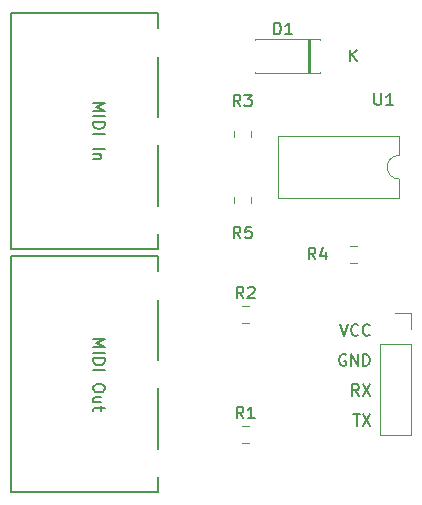
<source format=gbr>
G04 #@! TF.GenerationSoftware,KiCad,Pcbnew,5.1.5-52549c5~84~ubuntu18.04.1*
G04 #@! TF.CreationDate,2020-03-04T13:00:18-05:00*
G04 #@! TF.ProjectId,midi_io,6d696469-5f69-46f2-9e6b-696361645f70,1*
G04 #@! TF.SameCoordinates,Original*
G04 #@! TF.FileFunction,Legend,Top*
G04 #@! TF.FilePolarity,Positive*
%FSLAX46Y46*%
G04 Gerber Fmt 4.6, Leading zero omitted, Abs format (unit mm)*
G04 Created by KiCad (PCBNEW 5.1.5-52549c5~84~ubuntu18.04.1) date 2020-03-04 13:00:18*
%MOMM*%
%LPD*%
G04 APERTURE LIST*
%ADD10C,0.152400*%
%ADD11C,0.127000*%
%ADD12C,0.120000*%
%ADD13C,0.150000*%
G04 APERTURE END LIST*
D10*
X160771235Y-113771438D02*
X161322778Y-113771438D01*
X161047006Y-114736638D02*
X161047006Y-113771438D01*
X161552587Y-113771438D02*
X162196054Y-114736638D01*
X162196054Y-113771438D02*
X161552587Y-114736638D01*
X161230854Y-112196638D02*
X160909120Y-111737019D01*
X160679311Y-112196638D02*
X160679311Y-111231438D01*
X161047006Y-111231438D01*
X161138930Y-111277400D01*
X161184892Y-111323361D01*
X161230854Y-111415285D01*
X161230854Y-111553171D01*
X161184892Y-111645095D01*
X161138930Y-111691057D01*
X161047006Y-111737019D01*
X160679311Y-111737019D01*
X161552587Y-111231438D02*
X162196054Y-112196638D01*
X162196054Y-111231438D02*
X161552587Y-112196638D01*
X160127768Y-108737400D02*
X160035844Y-108691438D01*
X159897959Y-108691438D01*
X159760073Y-108737400D01*
X159668149Y-108829323D01*
X159622187Y-108921247D01*
X159576225Y-109105095D01*
X159576225Y-109242980D01*
X159622187Y-109426828D01*
X159668149Y-109518752D01*
X159760073Y-109610676D01*
X159897959Y-109656638D01*
X159989882Y-109656638D01*
X160127768Y-109610676D01*
X160173730Y-109564714D01*
X160173730Y-109242980D01*
X159989882Y-109242980D01*
X160587387Y-109656638D02*
X160587387Y-108691438D01*
X161138930Y-109656638D01*
X161138930Y-108691438D01*
X161598549Y-109656638D02*
X161598549Y-108691438D01*
X161828359Y-108691438D01*
X161966244Y-108737400D01*
X162058168Y-108829323D01*
X162104130Y-108921247D01*
X162150092Y-109105095D01*
X162150092Y-109242980D01*
X162104130Y-109426828D01*
X162058168Y-109518752D01*
X161966244Y-109610676D01*
X161828359Y-109656638D01*
X161598549Y-109656638D01*
X159668149Y-106151438D02*
X159989882Y-107116638D01*
X160311616Y-106151438D01*
X161184892Y-107024714D02*
X161138930Y-107070676D01*
X161001044Y-107116638D01*
X160909120Y-107116638D01*
X160771235Y-107070676D01*
X160679311Y-106978752D01*
X160633349Y-106886828D01*
X160587387Y-106702980D01*
X160587387Y-106565095D01*
X160633349Y-106381247D01*
X160679311Y-106289323D01*
X160771235Y-106197400D01*
X160909120Y-106151438D01*
X161001044Y-106151438D01*
X161138930Y-106197400D01*
X161184892Y-106243361D01*
X162150092Y-107024714D02*
X162104130Y-107070676D01*
X161966244Y-107116638D01*
X161874320Y-107116638D01*
X161736435Y-107070676D01*
X161644511Y-106978752D01*
X161598549Y-106886828D01*
X161552587Y-106702980D01*
X161552587Y-106565095D01*
X161598549Y-106381247D01*
X161644511Y-106289323D01*
X161736435Y-106197400D01*
X161874320Y-106151438D01*
X161966244Y-106151438D01*
X162104130Y-106197400D01*
X162150092Y-106243361D01*
D11*
X144272000Y-120363000D02*
X144272000Y-119063000D01*
X144272000Y-111563000D02*
X144272000Y-116663000D01*
X144272000Y-104063000D02*
X144272000Y-109163000D01*
X144272000Y-100363000D02*
X144272000Y-101663000D01*
X131772000Y-120363000D02*
X144272000Y-120363000D01*
X131772000Y-100363000D02*
X131772000Y-120363000D01*
X144272000Y-100363000D02*
X131772000Y-100363000D01*
X144272000Y-99789000D02*
X144272000Y-98489000D01*
X144272000Y-90989000D02*
X144272000Y-96089000D01*
X144272000Y-83489000D02*
X144272000Y-88589000D01*
X144272000Y-79789000D02*
X144272000Y-81089000D01*
X131772000Y-99789000D02*
X144272000Y-99789000D01*
X131772000Y-79789000D02*
X131772000Y-99789000D01*
X144272000Y-79789000D02*
X131772000Y-79789000D01*
D12*
X164338000Y-105223000D02*
X165668000Y-105223000D01*
X165668000Y-105223000D02*
X165668000Y-106553000D01*
X165668000Y-107823000D02*
X165668000Y-115503000D01*
X163008000Y-115503000D02*
X165668000Y-115503000D01*
X163008000Y-107823000D02*
X163008000Y-115503000D01*
X163008000Y-107823000D02*
X165668000Y-107823000D01*
X150674000Y-95369748D02*
X150674000Y-95892252D01*
X152094000Y-95369748D02*
X152094000Y-95892252D01*
X150674000Y-89781748D02*
X150674000Y-90304252D01*
X152094000Y-89781748D02*
X152094000Y-90304252D01*
X161043252Y-99493000D02*
X160520748Y-99493000D01*
X161043252Y-100913000D02*
X160520748Y-100913000D01*
X151899252Y-104573000D02*
X151376748Y-104573000D01*
X151899252Y-105993000D02*
X151376748Y-105993000D01*
X151899252Y-114733000D02*
X151376748Y-114733000D01*
X151899252Y-116153000D02*
X151376748Y-116153000D01*
X157134000Y-84909000D02*
X157134000Y-81969000D01*
X156894000Y-84909000D02*
X156894000Y-81969000D01*
X157014000Y-84909000D02*
X157014000Y-81969000D01*
X152474000Y-81969000D02*
X152474000Y-82099000D01*
X157914000Y-81969000D02*
X152474000Y-81969000D01*
X157914000Y-82099000D02*
X157914000Y-81969000D01*
X152474000Y-84909000D02*
X152474000Y-84779000D01*
X157914000Y-84909000D02*
X152474000Y-84909000D01*
X157914000Y-84779000D02*
X157914000Y-84909000D01*
X164652000Y-95487000D02*
X164652000Y-93837000D01*
X154372000Y-95487000D02*
X164652000Y-95487000D01*
X154372000Y-90187000D02*
X154372000Y-95487000D01*
X164652000Y-90187000D02*
X154372000Y-90187000D01*
X164652000Y-91837000D02*
X164652000Y-90187000D01*
X164652000Y-93837000D02*
G75*
G02X164652000Y-91837000I0J1000000D01*
G01*
D10*
X138738958Y-107406308D02*
X139740418Y-107406308D01*
X139025090Y-107740128D01*
X139740418Y-108073948D01*
X138738958Y-108073948D01*
X138738958Y-108550834D02*
X139740418Y-108550834D01*
X138738958Y-109027720D02*
X139740418Y-109027720D01*
X139740418Y-109266162D01*
X139692730Y-109409228D01*
X139597352Y-109504605D01*
X139501975Y-109552294D01*
X139311221Y-109599982D01*
X139168155Y-109599982D01*
X138977401Y-109552294D01*
X138882024Y-109504605D01*
X138786647Y-109409228D01*
X138738958Y-109266162D01*
X138738958Y-109027720D01*
X138738958Y-110029180D02*
X139740418Y-110029180D01*
X139740418Y-111459837D02*
X139740418Y-111650591D01*
X139692730Y-111745968D01*
X139597352Y-111841345D01*
X139406598Y-111889034D01*
X139072778Y-111889034D01*
X138882024Y-111841345D01*
X138786647Y-111745968D01*
X138738958Y-111650591D01*
X138738958Y-111459837D01*
X138786647Y-111364460D01*
X138882024Y-111269082D01*
X139072778Y-111221394D01*
X139406598Y-111221394D01*
X139597352Y-111269082D01*
X139692730Y-111364460D01*
X139740418Y-111459837D01*
X139406598Y-112747428D02*
X138738958Y-112747428D01*
X139406598Y-112318231D02*
X138882024Y-112318231D01*
X138786647Y-112365920D01*
X138738958Y-112461297D01*
X138738958Y-112604362D01*
X138786647Y-112699740D01*
X138834335Y-112747428D01*
X139406598Y-113081248D02*
X139406598Y-113462757D01*
X139740418Y-113224314D02*
X138882024Y-113224314D01*
X138786647Y-113272002D01*
X138738958Y-113367380D01*
X138738958Y-113462757D01*
D11*
X138738958Y-87404571D02*
X139740418Y-87404571D01*
X139025090Y-87738391D01*
X139740418Y-88072211D01*
X138738958Y-88072211D01*
X138738958Y-88549097D02*
X139740418Y-88549097D01*
X138738958Y-89025982D02*
X139740418Y-89025982D01*
X139740418Y-89264425D01*
X139692730Y-89407491D01*
X139597352Y-89502868D01*
X139501975Y-89550557D01*
X139311221Y-89598245D01*
X139168155Y-89598245D01*
X138977401Y-89550557D01*
X138882024Y-89502868D01*
X138786647Y-89407491D01*
X138738958Y-89264425D01*
X138738958Y-89025982D01*
X138738958Y-90027442D02*
X139740418Y-90027442D01*
X138738958Y-91267345D02*
X139740418Y-91267345D01*
X139406598Y-91744231D02*
X138738958Y-91744231D01*
X139311221Y-91744231D02*
X139358910Y-91791920D01*
X139406598Y-91887297D01*
X139406598Y-92030362D01*
X139358910Y-92125740D01*
X139263532Y-92173428D01*
X138738958Y-92173428D01*
D13*
X151217333Y-98877380D02*
X150884000Y-98401190D01*
X150645904Y-98877380D02*
X150645904Y-97877380D01*
X151026857Y-97877380D01*
X151122095Y-97925000D01*
X151169714Y-97972619D01*
X151217333Y-98067857D01*
X151217333Y-98210714D01*
X151169714Y-98305952D01*
X151122095Y-98353571D01*
X151026857Y-98401190D01*
X150645904Y-98401190D01*
X152122095Y-97877380D02*
X151645904Y-97877380D01*
X151598285Y-98353571D01*
X151645904Y-98305952D01*
X151741142Y-98258333D01*
X151979238Y-98258333D01*
X152074476Y-98305952D01*
X152122095Y-98353571D01*
X152169714Y-98448809D01*
X152169714Y-98686904D01*
X152122095Y-98782142D01*
X152074476Y-98829761D01*
X151979238Y-98877380D01*
X151741142Y-98877380D01*
X151645904Y-98829761D01*
X151598285Y-98782142D01*
X151217333Y-87701380D02*
X150884000Y-87225190D01*
X150645904Y-87701380D02*
X150645904Y-86701380D01*
X151026857Y-86701380D01*
X151122095Y-86749000D01*
X151169714Y-86796619D01*
X151217333Y-86891857D01*
X151217333Y-87034714D01*
X151169714Y-87129952D01*
X151122095Y-87177571D01*
X151026857Y-87225190D01*
X150645904Y-87225190D01*
X151550666Y-86701380D02*
X152169714Y-86701380D01*
X151836380Y-87082333D01*
X151979238Y-87082333D01*
X152074476Y-87129952D01*
X152122095Y-87177571D01*
X152169714Y-87272809D01*
X152169714Y-87510904D01*
X152122095Y-87606142D01*
X152074476Y-87653761D01*
X151979238Y-87701380D01*
X151693523Y-87701380D01*
X151598285Y-87653761D01*
X151550666Y-87606142D01*
X157567333Y-100655380D02*
X157234000Y-100179190D01*
X156995904Y-100655380D02*
X156995904Y-99655380D01*
X157376857Y-99655380D01*
X157472095Y-99703000D01*
X157519714Y-99750619D01*
X157567333Y-99845857D01*
X157567333Y-99988714D01*
X157519714Y-100083952D01*
X157472095Y-100131571D01*
X157376857Y-100179190D01*
X156995904Y-100179190D01*
X158424476Y-99988714D02*
X158424476Y-100655380D01*
X158186380Y-99607761D02*
X157948285Y-100322047D01*
X158567333Y-100322047D01*
X151471333Y-103957380D02*
X151138000Y-103481190D01*
X150899904Y-103957380D02*
X150899904Y-102957380D01*
X151280857Y-102957380D01*
X151376095Y-103005000D01*
X151423714Y-103052619D01*
X151471333Y-103147857D01*
X151471333Y-103290714D01*
X151423714Y-103385952D01*
X151376095Y-103433571D01*
X151280857Y-103481190D01*
X150899904Y-103481190D01*
X151852285Y-103052619D02*
X151899904Y-103005000D01*
X151995142Y-102957380D01*
X152233238Y-102957380D01*
X152328476Y-103005000D01*
X152376095Y-103052619D01*
X152423714Y-103147857D01*
X152423714Y-103243095D01*
X152376095Y-103385952D01*
X151804666Y-103957380D01*
X152423714Y-103957380D01*
X151471333Y-114117380D02*
X151138000Y-113641190D01*
X150899904Y-114117380D02*
X150899904Y-113117380D01*
X151280857Y-113117380D01*
X151376095Y-113165000D01*
X151423714Y-113212619D01*
X151471333Y-113307857D01*
X151471333Y-113450714D01*
X151423714Y-113545952D01*
X151376095Y-113593571D01*
X151280857Y-113641190D01*
X150899904Y-113641190D01*
X152423714Y-114117380D02*
X151852285Y-114117380D01*
X152138000Y-114117380D02*
X152138000Y-113117380D01*
X152042761Y-113260238D01*
X151947523Y-113355476D01*
X151852285Y-113403095D01*
X154074904Y-81605380D02*
X154074904Y-80605380D01*
X154313000Y-80605380D01*
X154455857Y-80653000D01*
X154551095Y-80748238D01*
X154598714Y-80843476D01*
X154646333Y-81033952D01*
X154646333Y-81176809D01*
X154598714Y-81367285D01*
X154551095Y-81462523D01*
X154455857Y-81557761D01*
X154313000Y-81605380D01*
X154074904Y-81605380D01*
X155598714Y-81605380D02*
X155027285Y-81605380D01*
X155313000Y-81605380D02*
X155313000Y-80605380D01*
X155217761Y-80748238D01*
X155122523Y-80843476D01*
X155027285Y-80891095D01*
X160520095Y-83891380D02*
X160520095Y-82891380D01*
X161091523Y-83891380D02*
X160662952Y-83319952D01*
X161091523Y-82891380D02*
X160520095Y-83462809D01*
X162560095Y-86574380D02*
X162560095Y-87383904D01*
X162607714Y-87479142D01*
X162655333Y-87526761D01*
X162750571Y-87574380D01*
X162941047Y-87574380D01*
X163036285Y-87526761D01*
X163083904Y-87479142D01*
X163131523Y-87383904D01*
X163131523Y-86574380D01*
X164131523Y-87574380D02*
X163560095Y-87574380D01*
X163845809Y-87574380D02*
X163845809Y-86574380D01*
X163750571Y-86717238D01*
X163655333Y-86812476D01*
X163560095Y-86860095D01*
M02*

</source>
